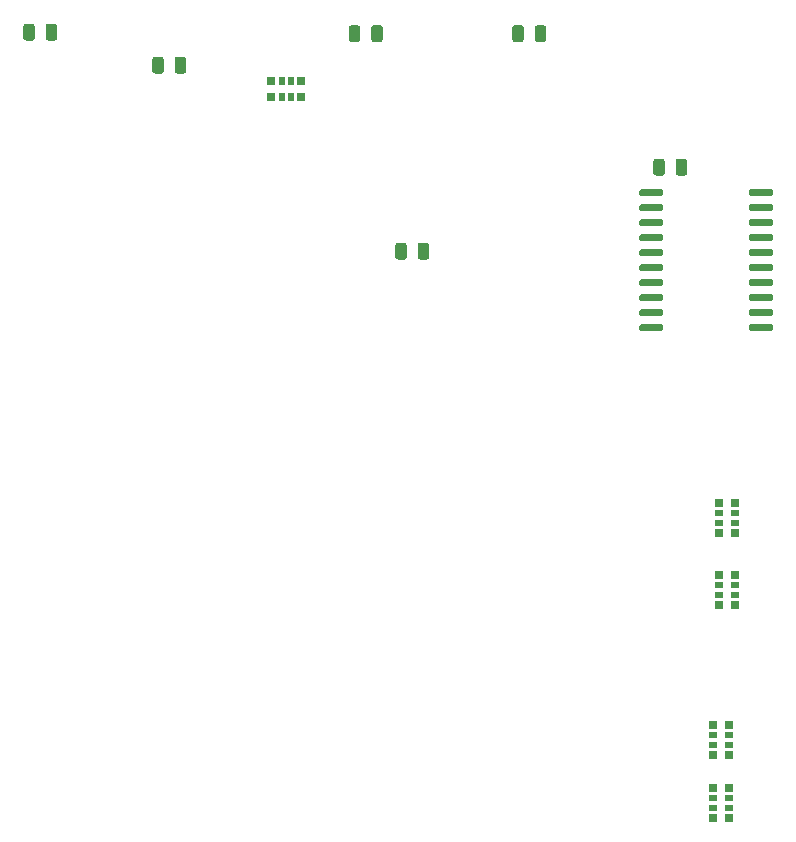
<source format=gbr>
%TF.GenerationSoftware,KiCad,Pcbnew,(5.1.10)-1*%
%TF.CreationDate,2021-06-15T10:48:06-05:00*%
%TF.ProjectId,gd MegaII proto pcb,6764204d-6567-4614-9949-2070726f746f,rev?*%
%TF.SameCoordinates,Original*%
%TF.FileFunction,Paste,Bot*%
%TF.FilePolarity,Positive*%
%FSLAX46Y46*%
G04 Gerber Fmt 4.6, Leading zero omitted, Abs format (unit mm)*
G04 Created by KiCad (PCBNEW (5.1.10)-1) date 2021-06-15 10:48:06*
%MOMM*%
%LPD*%
G01*
G04 APERTURE LIST*
%ADD10R,0.640000X0.700000*%
%ADD11R,0.500000X0.700000*%
%ADD12R,0.700000X0.640000*%
%ADD13R,0.700000X0.500000*%
G04 APERTURE END LIST*
%TO.C,C10*%
G36*
G01*
X143198000Y-87343000D02*
X143198000Y-86393000D01*
G75*
G02*
X143448000Y-86143000I250000J0D01*
G01*
X143948000Y-86143000D01*
G75*
G02*
X144198000Y-86393000I0J-250000D01*
G01*
X144198000Y-87343000D01*
G75*
G02*
X143948000Y-87593000I-250000J0D01*
G01*
X143448000Y-87593000D01*
G75*
G02*
X143198000Y-87343000I0J250000D01*
G01*
G37*
G36*
G01*
X141298000Y-87343000D02*
X141298000Y-86393000D01*
G75*
G02*
X141548000Y-86143000I250000J0D01*
G01*
X142048000Y-86143000D01*
G75*
G02*
X142298000Y-86393000I0J-250000D01*
G01*
X142298000Y-87343000D01*
G75*
G02*
X142048000Y-87593000I-250000J0D01*
G01*
X141548000Y-87593000D01*
G75*
G02*
X141298000Y-87343000I0J250000D01*
G01*
G37*
%TD*%
D10*
%TO.C,RN9*%
X130810000Y-72452000D03*
D11*
X131680000Y-72452000D03*
D10*
X133350000Y-72452000D03*
D11*
X132480000Y-72452000D03*
D10*
X130810000Y-73852000D03*
D11*
X132480000Y-73852000D03*
X131680000Y-73852000D03*
D10*
X133350000Y-73852000D03*
%TD*%
D12*
%TO.C,RN5*%
X169610000Y-132334000D03*
D13*
X169610000Y-134004000D03*
X169610000Y-133204000D03*
D12*
X169610000Y-134874000D03*
D13*
X168210000Y-133204000D03*
D12*
X168210000Y-132334000D03*
D13*
X168210000Y-134004000D03*
D12*
X168210000Y-134874000D03*
%TD*%
%TO.C,RN4*%
X170118000Y-114300000D03*
D13*
X170118000Y-115970000D03*
X170118000Y-115170000D03*
D12*
X170118000Y-116840000D03*
D13*
X168718000Y-115170000D03*
D12*
X168718000Y-114300000D03*
D13*
X168718000Y-115970000D03*
D12*
X168718000Y-116840000D03*
%TD*%
%TO.C,RN2*%
X169610000Y-127000000D03*
D13*
X169610000Y-128670000D03*
X169610000Y-127870000D03*
D12*
X169610000Y-129540000D03*
D13*
X168210000Y-127870000D03*
D12*
X168210000Y-127000000D03*
D13*
X168210000Y-128670000D03*
D12*
X168210000Y-129540000D03*
%TD*%
%TO.C,RN1*%
X170118000Y-108204000D03*
D13*
X170118000Y-109874000D03*
X170118000Y-109074000D03*
D12*
X170118000Y-110744000D03*
D13*
X168718000Y-109074000D03*
D12*
X168718000Y-108204000D03*
D13*
X168718000Y-109874000D03*
D12*
X168718000Y-110744000D03*
%TD*%
%TO.C,U8*%
G36*
G01*
X164015000Y-81765000D02*
X164015000Y-82065000D01*
G75*
G02*
X163865000Y-82215000I-150000J0D01*
G01*
X162115000Y-82215000D01*
G75*
G02*
X161965000Y-82065000I0J150000D01*
G01*
X161965000Y-81765000D01*
G75*
G02*
X162115000Y-81615000I150000J0D01*
G01*
X163865000Y-81615000D01*
G75*
G02*
X164015000Y-81765000I0J-150000D01*
G01*
G37*
G36*
G01*
X164015000Y-83035000D02*
X164015000Y-83335000D01*
G75*
G02*
X163865000Y-83485000I-150000J0D01*
G01*
X162115000Y-83485000D01*
G75*
G02*
X161965000Y-83335000I0J150000D01*
G01*
X161965000Y-83035000D01*
G75*
G02*
X162115000Y-82885000I150000J0D01*
G01*
X163865000Y-82885000D01*
G75*
G02*
X164015000Y-83035000I0J-150000D01*
G01*
G37*
G36*
G01*
X164015000Y-84305000D02*
X164015000Y-84605000D01*
G75*
G02*
X163865000Y-84755000I-150000J0D01*
G01*
X162115000Y-84755000D01*
G75*
G02*
X161965000Y-84605000I0J150000D01*
G01*
X161965000Y-84305000D01*
G75*
G02*
X162115000Y-84155000I150000J0D01*
G01*
X163865000Y-84155000D01*
G75*
G02*
X164015000Y-84305000I0J-150000D01*
G01*
G37*
G36*
G01*
X164015000Y-85575000D02*
X164015000Y-85875000D01*
G75*
G02*
X163865000Y-86025000I-150000J0D01*
G01*
X162115000Y-86025000D01*
G75*
G02*
X161965000Y-85875000I0J150000D01*
G01*
X161965000Y-85575000D01*
G75*
G02*
X162115000Y-85425000I150000J0D01*
G01*
X163865000Y-85425000D01*
G75*
G02*
X164015000Y-85575000I0J-150000D01*
G01*
G37*
G36*
G01*
X164015000Y-86845000D02*
X164015000Y-87145000D01*
G75*
G02*
X163865000Y-87295000I-150000J0D01*
G01*
X162115000Y-87295000D01*
G75*
G02*
X161965000Y-87145000I0J150000D01*
G01*
X161965000Y-86845000D01*
G75*
G02*
X162115000Y-86695000I150000J0D01*
G01*
X163865000Y-86695000D01*
G75*
G02*
X164015000Y-86845000I0J-150000D01*
G01*
G37*
G36*
G01*
X164015000Y-88115000D02*
X164015000Y-88415000D01*
G75*
G02*
X163865000Y-88565000I-150000J0D01*
G01*
X162115000Y-88565000D01*
G75*
G02*
X161965000Y-88415000I0J150000D01*
G01*
X161965000Y-88115000D01*
G75*
G02*
X162115000Y-87965000I150000J0D01*
G01*
X163865000Y-87965000D01*
G75*
G02*
X164015000Y-88115000I0J-150000D01*
G01*
G37*
G36*
G01*
X164015000Y-89385000D02*
X164015000Y-89685000D01*
G75*
G02*
X163865000Y-89835000I-150000J0D01*
G01*
X162115000Y-89835000D01*
G75*
G02*
X161965000Y-89685000I0J150000D01*
G01*
X161965000Y-89385000D01*
G75*
G02*
X162115000Y-89235000I150000J0D01*
G01*
X163865000Y-89235000D01*
G75*
G02*
X164015000Y-89385000I0J-150000D01*
G01*
G37*
G36*
G01*
X164015000Y-90655000D02*
X164015000Y-90955000D01*
G75*
G02*
X163865000Y-91105000I-150000J0D01*
G01*
X162115000Y-91105000D01*
G75*
G02*
X161965000Y-90955000I0J150000D01*
G01*
X161965000Y-90655000D01*
G75*
G02*
X162115000Y-90505000I150000J0D01*
G01*
X163865000Y-90505000D01*
G75*
G02*
X164015000Y-90655000I0J-150000D01*
G01*
G37*
G36*
G01*
X164015000Y-91925000D02*
X164015000Y-92225000D01*
G75*
G02*
X163865000Y-92375000I-150000J0D01*
G01*
X162115000Y-92375000D01*
G75*
G02*
X161965000Y-92225000I0J150000D01*
G01*
X161965000Y-91925000D01*
G75*
G02*
X162115000Y-91775000I150000J0D01*
G01*
X163865000Y-91775000D01*
G75*
G02*
X164015000Y-91925000I0J-150000D01*
G01*
G37*
G36*
G01*
X164015000Y-93195000D02*
X164015000Y-93495000D01*
G75*
G02*
X163865000Y-93645000I-150000J0D01*
G01*
X162115000Y-93645000D01*
G75*
G02*
X161965000Y-93495000I0J150000D01*
G01*
X161965000Y-93195000D01*
G75*
G02*
X162115000Y-93045000I150000J0D01*
G01*
X163865000Y-93045000D01*
G75*
G02*
X164015000Y-93195000I0J-150000D01*
G01*
G37*
G36*
G01*
X173315000Y-93195000D02*
X173315000Y-93495000D01*
G75*
G02*
X173165000Y-93645000I-150000J0D01*
G01*
X171415000Y-93645000D01*
G75*
G02*
X171265000Y-93495000I0J150000D01*
G01*
X171265000Y-93195000D01*
G75*
G02*
X171415000Y-93045000I150000J0D01*
G01*
X173165000Y-93045000D01*
G75*
G02*
X173315000Y-93195000I0J-150000D01*
G01*
G37*
G36*
G01*
X173315000Y-91925000D02*
X173315000Y-92225000D01*
G75*
G02*
X173165000Y-92375000I-150000J0D01*
G01*
X171415000Y-92375000D01*
G75*
G02*
X171265000Y-92225000I0J150000D01*
G01*
X171265000Y-91925000D01*
G75*
G02*
X171415000Y-91775000I150000J0D01*
G01*
X173165000Y-91775000D01*
G75*
G02*
X173315000Y-91925000I0J-150000D01*
G01*
G37*
G36*
G01*
X173315000Y-90655000D02*
X173315000Y-90955000D01*
G75*
G02*
X173165000Y-91105000I-150000J0D01*
G01*
X171415000Y-91105000D01*
G75*
G02*
X171265000Y-90955000I0J150000D01*
G01*
X171265000Y-90655000D01*
G75*
G02*
X171415000Y-90505000I150000J0D01*
G01*
X173165000Y-90505000D01*
G75*
G02*
X173315000Y-90655000I0J-150000D01*
G01*
G37*
G36*
G01*
X173315000Y-89385000D02*
X173315000Y-89685000D01*
G75*
G02*
X173165000Y-89835000I-150000J0D01*
G01*
X171415000Y-89835000D01*
G75*
G02*
X171265000Y-89685000I0J150000D01*
G01*
X171265000Y-89385000D01*
G75*
G02*
X171415000Y-89235000I150000J0D01*
G01*
X173165000Y-89235000D01*
G75*
G02*
X173315000Y-89385000I0J-150000D01*
G01*
G37*
G36*
G01*
X173315000Y-88115000D02*
X173315000Y-88415000D01*
G75*
G02*
X173165000Y-88565000I-150000J0D01*
G01*
X171415000Y-88565000D01*
G75*
G02*
X171265000Y-88415000I0J150000D01*
G01*
X171265000Y-88115000D01*
G75*
G02*
X171415000Y-87965000I150000J0D01*
G01*
X173165000Y-87965000D01*
G75*
G02*
X173315000Y-88115000I0J-150000D01*
G01*
G37*
G36*
G01*
X173315000Y-86845000D02*
X173315000Y-87145000D01*
G75*
G02*
X173165000Y-87295000I-150000J0D01*
G01*
X171415000Y-87295000D01*
G75*
G02*
X171265000Y-87145000I0J150000D01*
G01*
X171265000Y-86845000D01*
G75*
G02*
X171415000Y-86695000I150000J0D01*
G01*
X173165000Y-86695000D01*
G75*
G02*
X173315000Y-86845000I0J-150000D01*
G01*
G37*
G36*
G01*
X173315000Y-85575000D02*
X173315000Y-85875000D01*
G75*
G02*
X173165000Y-86025000I-150000J0D01*
G01*
X171415000Y-86025000D01*
G75*
G02*
X171265000Y-85875000I0J150000D01*
G01*
X171265000Y-85575000D01*
G75*
G02*
X171415000Y-85425000I150000J0D01*
G01*
X173165000Y-85425000D01*
G75*
G02*
X173315000Y-85575000I0J-150000D01*
G01*
G37*
G36*
G01*
X173315000Y-84305000D02*
X173315000Y-84605000D01*
G75*
G02*
X173165000Y-84755000I-150000J0D01*
G01*
X171415000Y-84755000D01*
G75*
G02*
X171265000Y-84605000I0J150000D01*
G01*
X171265000Y-84305000D01*
G75*
G02*
X171415000Y-84155000I150000J0D01*
G01*
X173165000Y-84155000D01*
G75*
G02*
X173315000Y-84305000I0J-150000D01*
G01*
G37*
G36*
G01*
X173315000Y-83035000D02*
X173315000Y-83335000D01*
G75*
G02*
X173165000Y-83485000I-150000J0D01*
G01*
X171415000Y-83485000D01*
G75*
G02*
X171265000Y-83335000I0J150000D01*
G01*
X171265000Y-83035000D01*
G75*
G02*
X171415000Y-82885000I150000J0D01*
G01*
X173165000Y-82885000D01*
G75*
G02*
X173315000Y-83035000I0J-150000D01*
G01*
G37*
G36*
G01*
X173315000Y-81765000D02*
X173315000Y-82065000D01*
G75*
G02*
X173165000Y-82215000I-150000J0D01*
G01*
X171415000Y-82215000D01*
G75*
G02*
X171265000Y-82065000I0J150000D01*
G01*
X171265000Y-81765000D01*
G75*
G02*
X171415000Y-81615000I150000J0D01*
G01*
X173165000Y-81615000D01*
G75*
G02*
X173315000Y-81765000I0J-150000D01*
G01*
G37*
%TD*%
%TO.C,C9*%
G36*
G01*
X153104000Y-68928000D02*
X153104000Y-67978000D01*
G75*
G02*
X153354000Y-67728000I250000J0D01*
G01*
X153854000Y-67728000D01*
G75*
G02*
X154104000Y-67978000I0J-250000D01*
G01*
X154104000Y-68928000D01*
G75*
G02*
X153854000Y-69178000I-250000J0D01*
G01*
X153354000Y-69178000D01*
G75*
G02*
X153104000Y-68928000I0J250000D01*
G01*
G37*
G36*
G01*
X151204000Y-68928000D02*
X151204000Y-67978000D01*
G75*
G02*
X151454000Y-67728000I250000J0D01*
G01*
X151954000Y-67728000D01*
G75*
G02*
X152204000Y-67978000I0J-250000D01*
G01*
X152204000Y-68928000D01*
G75*
G02*
X151954000Y-69178000I-250000J0D01*
G01*
X151454000Y-69178000D01*
G75*
G02*
X151204000Y-68928000I0J250000D01*
G01*
G37*
%TD*%
%TO.C,C8*%
G36*
G01*
X165042000Y-80231000D02*
X165042000Y-79281000D01*
G75*
G02*
X165292000Y-79031000I250000J0D01*
G01*
X165792000Y-79031000D01*
G75*
G02*
X166042000Y-79281000I0J-250000D01*
G01*
X166042000Y-80231000D01*
G75*
G02*
X165792000Y-80481000I-250000J0D01*
G01*
X165292000Y-80481000D01*
G75*
G02*
X165042000Y-80231000I0J250000D01*
G01*
G37*
G36*
G01*
X163142000Y-80231000D02*
X163142000Y-79281000D01*
G75*
G02*
X163392000Y-79031000I250000J0D01*
G01*
X163892000Y-79031000D01*
G75*
G02*
X164142000Y-79281000I0J-250000D01*
G01*
X164142000Y-80231000D01*
G75*
G02*
X163892000Y-80481000I-250000J0D01*
G01*
X163392000Y-80481000D01*
G75*
G02*
X163142000Y-80231000I0J250000D01*
G01*
G37*
%TD*%
%TO.C,C7*%
G36*
G01*
X111702000Y-68801000D02*
X111702000Y-67851000D01*
G75*
G02*
X111952000Y-67601000I250000J0D01*
G01*
X112452000Y-67601000D01*
G75*
G02*
X112702000Y-67851000I0J-250000D01*
G01*
X112702000Y-68801000D01*
G75*
G02*
X112452000Y-69051000I-250000J0D01*
G01*
X111952000Y-69051000D01*
G75*
G02*
X111702000Y-68801000I0J250000D01*
G01*
G37*
G36*
G01*
X109802000Y-68801000D02*
X109802000Y-67851000D01*
G75*
G02*
X110052000Y-67601000I250000J0D01*
G01*
X110552000Y-67601000D01*
G75*
G02*
X110802000Y-67851000I0J-250000D01*
G01*
X110802000Y-68801000D01*
G75*
G02*
X110552000Y-69051000I-250000J0D01*
G01*
X110052000Y-69051000D01*
G75*
G02*
X109802000Y-68801000I0J250000D01*
G01*
G37*
%TD*%
%TO.C,C6*%
G36*
G01*
X139261000Y-68928000D02*
X139261000Y-67978000D01*
G75*
G02*
X139511000Y-67728000I250000J0D01*
G01*
X140011000Y-67728000D01*
G75*
G02*
X140261000Y-67978000I0J-250000D01*
G01*
X140261000Y-68928000D01*
G75*
G02*
X140011000Y-69178000I-250000J0D01*
G01*
X139511000Y-69178000D01*
G75*
G02*
X139261000Y-68928000I0J250000D01*
G01*
G37*
G36*
G01*
X137361000Y-68928000D02*
X137361000Y-67978000D01*
G75*
G02*
X137611000Y-67728000I250000J0D01*
G01*
X138111000Y-67728000D01*
G75*
G02*
X138361000Y-67978000I0J-250000D01*
G01*
X138361000Y-68928000D01*
G75*
G02*
X138111000Y-69178000I-250000J0D01*
G01*
X137611000Y-69178000D01*
G75*
G02*
X137361000Y-68928000I0J250000D01*
G01*
G37*
%TD*%
%TO.C,C5*%
G36*
G01*
X122624000Y-71595000D02*
X122624000Y-70645000D01*
G75*
G02*
X122874000Y-70395000I250000J0D01*
G01*
X123374000Y-70395000D01*
G75*
G02*
X123624000Y-70645000I0J-250000D01*
G01*
X123624000Y-71595000D01*
G75*
G02*
X123374000Y-71845000I-250000J0D01*
G01*
X122874000Y-71845000D01*
G75*
G02*
X122624000Y-71595000I0J250000D01*
G01*
G37*
G36*
G01*
X120724000Y-71595000D02*
X120724000Y-70645000D01*
G75*
G02*
X120974000Y-70395000I250000J0D01*
G01*
X121474000Y-70395000D01*
G75*
G02*
X121724000Y-70645000I0J-250000D01*
G01*
X121724000Y-71595000D01*
G75*
G02*
X121474000Y-71845000I-250000J0D01*
G01*
X120974000Y-71845000D01*
G75*
G02*
X120724000Y-71595000I0J250000D01*
G01*
G37*
%TD*%
M02*

</source>
